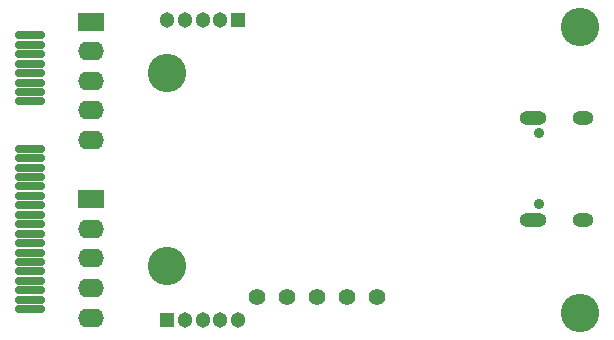
<source format=gbs>
G04*
G04 #@! TF.GenerationSoftware,Altium Limited,Altium Designer,19.0.4 (130)*
G04*
G04 Layer_Color=16711935*
%FSLAX25Y25*%
%MOIN*%
G70*
G01*
G75*
G04:AMPARAMS|DCode=25|XSize=23.62mil|YSize=100.39mil|CornerRadius=0mil|HoleSize=0mil|Usage=FLASHONLY|Rotation=270.000|XOffset=0mil|YOffset=0mil|HoleType=Round|Shape=Octagon|*
%AMOCTAGOND25*
4,1,8,0.05020,0.00591,0.05020,-0.00591,0.04429,-0.01181,-0.04429,-0.01181,-0.05020,-0.00591,-0.05020,0.00591,-0.04429,0.01181,0.04429,0.01181,0.05020,0.00591,0.0*
%
%ADD25OCTAGOND25*%

%ADD52O,0.08674X0.06312*%
%ADD53R,0.08674X0.06312*%
%ADD54C,0.12800*%
%ADD55C,0.05131*%
%ADD56R,0.05131X0.05131*%
%ADD57C,0.03556*%
%ADD58O,0.07099X0.04737*%
%ADD59O,0.09068X0.04737*%
%ADD86C,0.05524*%
D25*
X5756Y81787D02*
D03*
Y103844D02*
D03*
Y100693D02*
D03*
Y97542D02*
D03*
Y94391D02*
D03*
Y91240D02*
D03*
Y88089D02*
D03*
Y84938D02*
D03*
Y66049D02*
D03*
Y12505D02*
D03*
Y44002D02*
D03*
Y47151D02*
D03*
Y50301D02*
D03*
Y53451D02*
D03*
Y56600D02*
D03*
Y59750D02*
D03*
Y62900D02*
D03*
Y40852D02*
D03*
Y18804D02*
D03*
Y21954D02*
D03*
Y25104D02*
D03*
Y28253D02*
D03*
Y31403D02*
D03*
Y34553D02*
D03*
Y37702D02*
D03*
Y15655D02*
D03*
D52*
X26236Y68992D02*
D03*
Y78835D02*
D03*
Y88677D02*
D03*
Y98520D02*
D03*
Y39291D02*
D03*
Y29449D02*
D03*
Y19606D02*
D03*
Y9764D02*
D03*
D53*
Y108362D02*
D03*
Y49134D02*
D03*
D54*
X51575Y91339D02*
D03*
Y26772D02*
D03*
X189163Y106650D02*
D03*
X189124Y11372D02*
D03*
D55*
X57543Y109055D02*
D03*
X69354D02*
D03*
X63449D02*
D03*
X51638D02*
D03*
X69354Y9055D02*
D03*
X57543D02*
D03*
X63449D02*
D03*
X75260D02*
D03*
D56*
X75260Y109055D02*
D03*
X51638Y9055D02*
D03*
D57*
X175679Y71118D02*
D03*
Y47653D02*
D03*
D58*
X190049Y76394D02*
D03*
Y42378D02*
D03*
D59*
X173592Y76394D02*
D03*
Y42378D02*
D03*
D86*
X91677Y16732D02*
D03*
X121677Y16732D02*
D03*
X81673D02*
D03*
X101677D02*
D03*
X111677D02*
D03*
M02*

</source>
